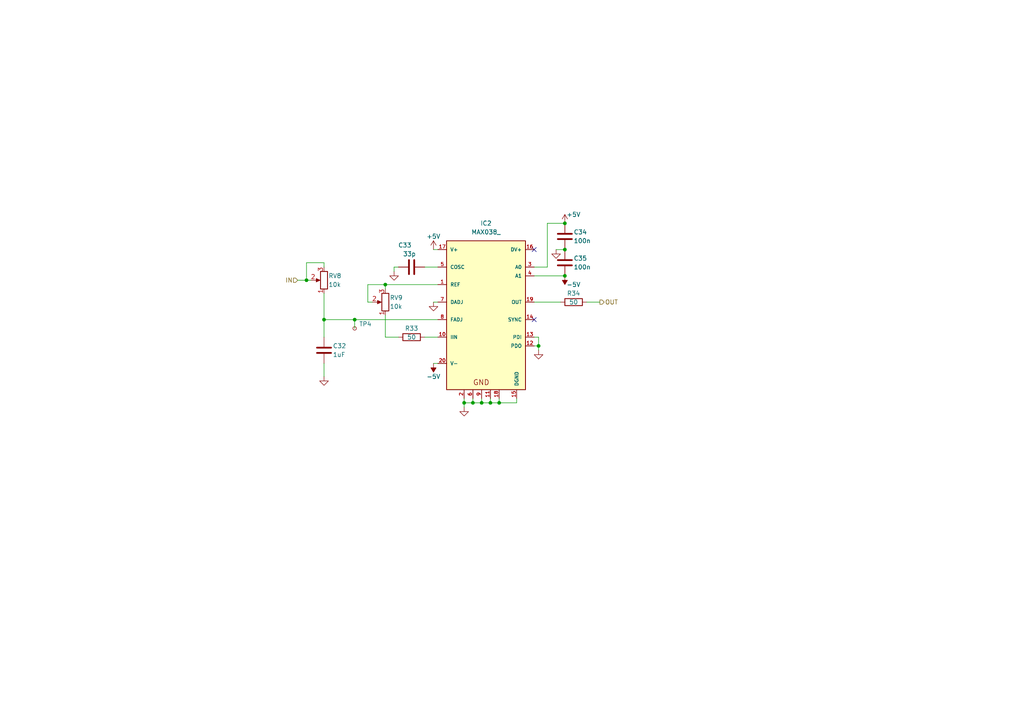
<source format=kicad_sch>
(kicad_sch (version 20230121) (generator eeschema)
  (paper "A4")
  (lib_symbols
    (symbol "Connector:TestPoint_Small" (pin_numbers hide) (pin_names (offset 0.762) hide)
      (property "Reference" "TP" (at 0 3.81 0))
      (property "Value" "TestPoint_Small" (at 0 2.032 0))
      (symbol "TestPoint_Small_0_1"
        (circle (center 0 0) (radius 0.508))
      )
      (symbol "TestPoint_Small_1_1"
        (pin passive line (at 0 0 90) (length 0) (name "1") (number "1"))
      )
    )
    (symbol "Device:C" (pin_numbers hide) (pin_names (offset 0.254))
      (property "Reference" "C" (at 0.635 2.54 0))
      (property "Value" "C" (at 0.635 -2.54 0))
      (symbol "C_0_1"
        (polyline (pts (xy -2.032 -0.762) (xy 2.032 -0.762)) (stroke (width 0.508)))
        (polyline (pts (xy -2.032 0.762) (xy 2.032 0.762)) (stroke (width 0.508)))
      )
      (symbol "C_1_1"
        (pin passive line (at 0 3.81 270) (length 2.794) (name "~") (number "1"))
        (pin passive line (at 0 -3.81 90) (length 2.794) (name "~") (number "2"))
      )
    )
    (symbol "Device:R" (pin_numbers hide) (pin_names (offset 0))
      (property "Reference" "R" (at 2.032 0 90))
      (property "Value" "R" (at 0 0 90))
      (symbol "R_0_1"
        (rectangle (start -1.016 -2.54) (end 1.016 2.54) (stroke (width 0.254)))
      )
      (symbol "R_1_1"
        (pin passive line (at 0 3.81 270) (length 1.27) (name "~") (number "1"))
        (pin passive line (at 0 -3.81 90) (length 1.27) (name "~") (number "2"))
      )
    )
    (symbol "Device:R_Potentiometer" (pin_names (offset 1.016) hide)
      (property "Reference" "RV" (at -4.445 0 90))
      (property "Value" "R_Potentiometer" (at -2.54 0 90))
      (symbol "R_Potentiometer_0_1"
        (polyline (pts (xy 2.54 0) (xy 1.524 0)))
        (polyline (pts (xy 1.143 0) (xy 2.286 0.508) (xy 2.286 -0.508) (xy 1.143 0)) (fill (type outline)))
        (rectangle (start 1.016 2.54) (end -1.016 -2.54) (stroke (width 0.254)))
      )
      (symbol "R_Potentiometer_1_1"
        (pin passive line (at 0 3.81 270) (length 1.27) (name "1") (number "1"))
        (pin passive line (at 3.81 0 180) (length 1.27) (name "2") (number "2"))
        (pin passive line (at 0 -3.81 90) (length 1.27) (name "3") (number "3"))
      )
    )
    (symbol "MAX038_:MAX038_" (pin_names (offset 1.016))
      (property "Reference" "IC" (at -12.712 19.0679 0))
      (property "Value" "MAX038_" (at 0 -5.0854 90))
      (symbol "MAX038__0_0"
        (rectangle (start -12.7 -25.4) (end 10.16 17.78) (stroke (width 0.254)) (fill (type background)))
        (text "GND" (at -5.0877 -24.1667 0) (effects (font (size 1.5263 1.5263)) (justify left bottom)))
        (pin output line (at -15.24 5.08 0) (length 2.54) (name "REF") (number "1"))
        (pin passive line (at -15.24 -10.16 0) (length 2.54) (name "IIN") (number "10"))
        (pin power_in line (at 0 -27.94 90) (length 2.54) (name "~") (number "11"))
        (pin output line (at 12.7 -12.7 180) (length 2.54) (name "PDO") (number "12"))
        (pin input line (at 12.7 -10.16 180) (length 2.54) (name "PDI") (number "13"))
        (pin output line (at 12.7 -5.08 180) (length 2.54) (name "SYNC") (number "14"))
        (pin power_in line (at 7.62 -27.94 90) (length 2.54) (name "DGND") (number "15"))
        (pin power_in line (at 12.7 15.24 180) (length 2.54) (name "DV+") (number "16"))
        (pin power_in line (at -15.24 15.24 0) (length 2.54) (name "V+") (number "17"))
        (pin power_in line (at 2.54 -27.94 90) (length 2.54) (name "~") (number "18"))
        (pin output line (at 12.7 0 180) (length 2.54) (name "OUT") (number "19"))
        (pin power_in line (at -7.62 -27.94 90) (length 2.54) (name "~") (number "2"))
        (pin power_in line (at -15.24 -17.78 0) (length 2.54) (name "V-") (number "20"))
        (pin input line (at 12.7 10.16 180) (length 2.54) (name "A0") (number "3"))
        (pin input line (at 12.7 7.62 180) (length 2.54) (name "A1") (number "4"))
        (pin passive line (at -15.24 10.16 0) (length 2.54) (name "COSC") (number "5"))
        (pin power_in line (at -5.08 -27.94 90) (length 2.54) (name "~") (number "6"))
        (pin input line (at -15.24 0 0) (length 2.54) (name "DADJ") (number "7"))
        (pin input line (at -15.24 -5.08 0) (length 2.54) (name "FADJ") (number "8"))
        (pin power_in line (at -2.54 -27.94 90) (length 2.54) (name "~") (number "9"))
      )
    )
    (symbol "power:+5V" (power) (pin_names (offset 0))
      (property "Value" "+5V" (at 0 3.556 0))
      (symbol "+5V_0_1"
        (polyline (pts (xy -0.762 1.27) (xy 0 2.54)))
        (polyline (pts (xy 0 0) (xy 0 2.54)))
        (polyline (pts (xy 0 2.54) (xy 0.762 1.27)))
      )
      (symbol "+5V_1_1"
        (pin power_in line (at 0 0 90) (length 0) hide (name "+5V") (number "1"))
      )
    )
    (symbol "power:-5V" (power) (pin_names (offset 0))
      (property "Value" "-5V" (at 0 3.81 0))
      (symbol "-5V_0_0"
        (pin power_in line (at 0 0 90) (length 0) hide (name "-5V") (number "1"))
      )
      (symbol "-5V_0_1"
        (polyline (pts (xy 0 0) (xy 0 1.27) (xy 0.762 1.27) (xy 0 2.54) (xy -0.762 1.27) (xy 0 1.27)) (fill (type outline)))
      )
    )
    (symbol "power:GND" (power) (pin_names (offset 0))
      (property "Value" "GND" (at 0 -3.81 0))
      (symbol "GND_0_1"
        (polyline (pts (xy 0 0) (xy 0 -1.27) (xy 1.27 -1.27) (xy 0 -2.54) (xy -1.27 -1.27) (xy 0 -1.27)))
      )
      (symbol "GND_1_1"
        (pin power_in line (at 0 0 270) (length 0) hide (name "GND") (number "1"))
      )
    )
  )
  (junction (at 88.9 81.28))
  (junction (at 156.21 100.33))
  (junction (at 93.98 92.71))
  (junction (at 137.16 116.84))
  (junction (at 163.83 80.01))
  (junction (at 102.87 92.71))
  (junction (at 144.78 116.84))
  (junction (at 111.76 82.55))
  (junction (at 163.83 72.39))
  (junction (at 163.83 64.77))
  (junction (at 134.62 116.84))
  (junction (at 142.24 116.84))
  (junction (at 139.7 116.84))
  (no_connect (at 154.94 92.71))
  (no_connect (at 154.94 72.39))
  (wire (pts (xy 125.73 72.39) (xy 127 72.39)))
  (wire (pts (xy 123.19 77.47) (xy 127 77.47)))
  (wire (pts (xy 139.7 116.84) (xy 142.24 116.84)))
  (wire (pts (xy 93.98 92.71) (xy 93.98 97.79)))
  (wire (pts (xy 154.94 77.47) (xy 158.75 77.47)))
  (wire (pts (xy 86.36 81.28) (xy 88.9 81.28)))
  (wire (pts (xy 158.75 64.77) (xy 158.75 77.47)))
  (wire (pts (xy 158.75 64.77) (xy 163.83 64.77)))
  (wire (pts (xy 144.78 116.84) (xy 149.86 116.84)))
  (wire (pts (xy 88.9 81.28) (xy 90.17 81.28)))
  (wire (pts (xy 114.3 77.47) (xy 115.57 77.47)))
  (wire (pts (xy 106.68 82.55) (xy 111.76 82.55)))
  (wire (pts (xy 134.62 116.84) (xy 134.62 118.11)))
  (wire (pts (xy 154.94 87.63) (xy 162.56 87.63)))
  (wire (pts (xy 88.9 76.2) (xy 88.9 81.28)))
  (wire (pts (xy 123.19 97.79) (xy 127 97.79)))
  (wire (pts (xy 137.16 116.84) (xy 139.7 116.84)))
  (wire (pts (xy 107.95 87.63) (xy 106.68 87.63)))
  (wire (pts (xy 170.18 87.63) (xy 173.99 87.63)))
  (wire (pts (xy 156.21 97.79) (xy 156.21 100.33)))
  (wire (pts (xy 102.87 92.71) (xy 127 92.71)))
  (wire (pts (xy 102.87 92.71) (xy 102.87 95.25)))
  (wire (pts (xy 93.98 76.2) (xy 93.98 77.47)))
  (wire (pts (xy 161.29 72.39) (xy 163.83 72.39)))
  (wire (pts (xy 154.94 97.79) (xy 156.21 97.79)))
  (wire (pts (xy 134.62 116.84) (xy 137.16 116.84)))
  (wire (pts (xy 106.68 87.63) (xy 106.68 82.55)))
  (wire (pts (xy 156.21 100.33) (xy 156.21 101.6)))
  (wire (pts (xy 142.24 115.57) (xy 142.24 116.84)))
  (wire (pts (xy 125.73 87.63) (xy 127 87.63)))
  (wire (pts (xy 114.3 78.74) (xy 114.3 77.47)))
  (wire (pts (xy 93.98 76.2) (xy 88.9 76.2)))
  (wire (pts (xy 154.94 100.33) (xy 156.21 100.33)))
  (wire (pts (xy 144.78 115.57) (xy 144.78 116.84)))
  (wire (pts (xy 142.24 116.84) (xy 144.78 116.84)))
  (wire (pts (xy 93.98 105.41) (xy 93.98 109.22)))
  (wire (pts (xy 93.98 92.71) (xy 93.98 85.09)))
  (wire (pts (xy 111.76 83.82) (xy 111.76 82.55)))
  (wire (pts (xy 137.16 115.57) (xy 137.16 116.84)))
  (wire (pts (xy 93.98 92.71) (xy 102.87 92.71)))
  (wire (pts (xy 111.76 97.79) (xy 115.57 97.79)))
  (wire (pts (xy 111.76 82.55) (xy 127 82.55)))
  (wire (pts (xy 154.94 80.01) (xy 163.83 80.01)))
  (wire (pts (xy 139.7 115.57) (xy 139.7 116.84)))
  (wire (pts (xy 125.73 105.41) (xy 127 105.41)))
  (wire (pts (xy 149.86 115.57) (xy 149.86 116.84)))
  (wire (pts (xy 111.76 91.44) (xy 111.76 97.79)))
  (wire (pts (xy 134.62 115.57) (xy 134.62 116.84)))
  (hierarchical_label "IN" (shape input) (at 86.36 81.28 180))
  (hierarchical_label "OUT" (shape output) (at 173.99 87.63 0))
  (symbol (lib_id "power:-5V") (at 163.83 80.01 180) (unit 1)
    (property "Reference" "#PWR060" (effects hide))
    (property "Value" "-5V" (at 166.37 82.55 0))
  )
  (symbol (lib_id "Device:R") (at 119.38 97.79 90) (unit 1)
    (property "Reference" "R33" (at 119.38 95.25 90))
    (property "Value" "50" (at 119.38 97.79 90))
    (property "Footprint" "Resistor_SMD:R_1206_3216Metric_Pad1.30x1.75mm_HandSolder" (effects hide))
  )
  (symbol (lib_id "power:-5V") (at 125.73 105.41 180) (unit 1)
    (property "Reference" "#PWR055" (effects hide))
    (property "Value" "-5V" (at 125.73 109.22 0))
  )
  (symbol (lib_id "Connector:TestPoint_Small") (at 102.87 95.25 0) (unit 1)
    (property "Reference" "TP4" (at 104.14 93.98 0) (effects (justify left)))
    (property "Value" "TestPoint_Small" (effects hide))
    (property "Footprint" "TestPoint:TestPoint_Pad_2.0x2.0mm" (effects hide))
  )
  (symbol (lib_id "power:GND") (at 93.98 109.22 0) (unit 1)
    (property "Reference" "#PWR051" (effects hide))
    (property "Value" "GND" (effects hide))
  )
  (symbol (lib_id "Device:R_Potentiometer") (at 111.76 87.63 180) (unit 1)
    (property "Reference" "RV9" (at 113.03 86.36 0) (effects (justify right)))
    (property "Value" "10k" (at 113.03 88.9 0) (effects (justify right)))
    (property "Footprint" "Potentiometer_THT:Potentiometer_Bourns_3296Y_Vertical" (effects hide))
  )
  (symbol (lib_id "Device:C") (at 163.83 76.2 0) (unit 1)
    (property "Reference" "C35" (at 166.37 74.93 0) (effects (justify left)))
    (property "Value" "100n" (at 166.37 77.47 0) (effects (justify left)))
    (property "Footprint" "Capacitor_SMD:C_1206_3216Metric" (effects hide))
  )
  (symbol (lib_id "power:GND") (at 161.29 72.39 0) (unit 1)
    (property "Reference" "#PWR058" (effects hide))
    (property "Value" "GND" (effects hide))
  )
  (symbol (lib_id "power:+5V") (at 163.83 64.77 0) (unit 1)
    (property "Reference" "#PWR059" (effects hide))
    (property "Value" "+5V" (at 166.37 62.23 0))
  )
  (symbol (lib_id "Device:C") (at 119.38 77.47 90) (unit 1)
    (property "Reference" "C33" (at 119.38 71.12 90) (effects (justify left)))
    (property "Value" "33p" (at 120.65 73.66 90) (effects (justify left)))
    (property "Footprint" "Capacitor_SMD:C_1206_3216Metric" (effects hide))
  )
  (symbol (lib_id "Device:R_Potentiometer") (at 93.98 81.28 180) (unit 1)
    (property "Reference" "RV8" (at 95.25 80.01 0) (effects (justify right)))
    (property "Value" "10k" (at 95.25 82.55 0) (effects (justify right)))
    (property "Footprint" "Potentiometer_THT:Potentiometer_Bourns_3296Y_Vertical" (effects hide))
  )
  (symbol (lib_id "power:GND") (at 125.73 87.63 0) (unit 1)
    (property "Reference" "#PWR054" (effects hide))
    (property "Value" "GND" (effects hide))
  )
  (symbol (lib_id "Device:R") (at 166.37 87.63 90) (unit 1)
    (property "Reference" "R34" (at 166.37 85.09 90))
    (property "Value" "50" (at 166.37 87.63 90))
    (property "Footprint" "Resistor_SMD:R_1206_3216Metric_Pad1.30x1.75mm_HandSolder" (effects hide))
  )
  (symbol (lib_id "MAX038_:MAX038_") (at 142.24 87.63 0) (unit 1)
    (property "Reference" "IC2" (at 140.97 64.77 0))
    (property "Value" "MAX038_" (at 140.97 67.31 0))
    (property "Footprint" "Package_SO:SOIC-20W_7.5x12.8mm_P1.27mm" (effects hide))
    (property "MF" "Analog Devices" (effects hide))
    (property "Description" "\n                        \n                            Function Generator IC 40MHz 1 20-SOIC (0.295, 7.50mm Width)\n                        \n" (effects hide))
    (property "Package" "DIP-20 Maxim Integrated" (effects hide))
    (property "Price" "None" (effects hide))
    (property "SnapEDA_Link" "https://www.snapeda.com/parts/MAX038/Analog+Devices/view-part/?ref=snap" (effects hide))
    (property "MP" "MAX038" (effects hide))
    (property "Availability" "Not in stock" (effects hide))
    (property "Check_prices" "https://www.snapeda.com/parts/MAX038/Analog+Devices/view-part/?ref=eda" (effects hide))
  )
  (symbol (lib_id "power:GND") (at 134.62 118.11 0) (unit 1)
    (property "Reference" "#PWR056" (effects hide))
    (property "Value" "GND" (effects hide))
  )
  (symbol (lib_id "power:+5V") (at 125.73 72.39 0) (unit 1)
    (property "Reference" "#PWR053" (effects hide))
    (property "Value" "+5V" (at 125.73 68.58 0))
  )
  (symbol (lib_id "power:GND") (at 156.21 101.6 0) (unit 1)
    (property "Reference" "#PWR057" (effects hide))
    (property "Value" "GND" (effects hide))
  )
  (symbol (lib_id "Device:C") (at 163.83 68.58 0) (unit 1)
    (property "Reference" "C34" (at 166.37 67.31 0) (effects (justify left)))
    (property "Value" "100n" (at 166.37 69.85 0) (effects (justify left)))
    (property "Footprint" "Capacitor_SMD:C_1206_3216Metric" (effects hide))
  )
  (symbol (lib_id "power:GND") (at 114.3 78.74 0) (unit 1)
    (property "Reference" "#PWR052" (effects hide))
    (property "Value" "GND" (effects hide))
  )
  (symbol (lib_id "Device:C") (at 93.98 101.6 0) (unit 1)
    (property "Reference" "C32" (at 96.52 100.33 0) (effects (justify left)))
    (property "Value" "1uF" (at 96.52 102.87 0) (effects (justify left)))
    (property "Footprint" "Capacitor_SMD:C_1206_3216Metric" (effects hide))
  )
)
</source>
